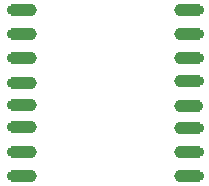
<source format=gbr>
%TF.GenerationSoftware,KiCad,Pcbnew,(6.0.1-0)*%
%TF.CreationDate,2022-02-07T15:37:49-08:00*%
%TF.ProjectId,Untitled,556e7469-746c-4656-942e-6b696361645f,rev?*%
%TF.SameCoordinates,Original*%
%TF.FileFunction,Soldermask,Bot*%
%TF.FilePolarity,Negative*%
%FSLAX46Y46*%
G04 Gerber Fmt 4.6, Leading zero omitted, Abs format (unit mm)*
G04 Created by KiCad (PCBNEW (6.0.1-0)) date 2022-02-07 15:37:49*
%MOMM*%
%LPD*%
G01*
G04 APERTURE LIST*
G04 Aperture macros list*
%AMFreePoly0*
4,1,18,0.825000,-0.500000,-0.825000,-0.500000,-0.825000,-0.495033,-0.904941,-0.493568,-1.040256,-0.451293,-1.158266,-0.372738,-1.249486,-0.264219,-1.306581,-0.134460,-1.324963,0.006109,-1.303152,0.146186,-1.242904,0.274511,-1.149060,0.380769,-1.029165,0.456417,-0.892858,0.495374,-0.825000,0.494959,-0.825000,0.500000,0.825000,0.500000,0.825000,-0.500000,0.825000,-0.500000,$1*%
G04 Aperture macros list end*
%ADD10FreePoly0,0.000000*%
%ADD11C,0.750000*%
%ADD12FreePoly0,180.000000*%
G04 APERTURE END LIST*
D10*
%TO.C,J11*%
X159162000Y-107000000D03*
D11*
X160000000Y-107000000D03*
X158400000Y-107000000D03*
%TD*%
D10*
%TO.C,J14*%
X159162000Y-101000000D03*
D11*
X160000000Y-101000000D03*
X158400000Y-101000000D03*
%TD*%
%TO.C,J10*%
X158400000Y-109000000D03*
X160000000Y-109000000D03*
D10*
X159162000Y-109000000D03*
%TD*%
D11*
%TO.C,J9*%
X158400000Y-111000000D03*
X160000000Y-111000000D03*
D10*
X159162000Y-111000000D03*
%TD*%
%TO.C,J15*%
X159162000Y-99000000D03*
D11*
X160000000Y-99000000D03*
X158400000Y-99000000D03*
%TD*%
%TO.C,J13*%
X160000000Y-103000000D03*
X158400000Y-103000000D03*
D10*
X159162000Y-103000000D03*
%TD*%
D11*
%TO.C,J12*%
X158380000Y-105100000D03*
D10*
X159142000Y-105100000D03*
D11*
X159980000Y-105100000D03*
%TD*%
%TO.C,J16*%
X160000000Y-97000000D03*
D10*
X159162000Y-97000000D03*
D11*
X158400000Y-97000000D03*
%TD*%
D12*
%TO.C,J5*%
X144838000Y-105000000D03*
D11*
X145600000Y-105000000D03*
X144000000Y-105000000D03*
D12*
X144838000Y-105000000D03*
%TD*%
%TO.C,J3*%
X144838000Y-101000000D03*
D11*
X144000000Y-101000000D03*
X145600000Y-101000000D03*
D12*
X144838000Y-101000000D03*
%TD*%
D11*
%TO.C,J4*%
X145600000Y-103140000D03*
X144000000Y-103140000D03*
D12*
X144838000Y-103140000D03*
X144838000Y-103140000D03*
%TD*%
D11*
%TO.C,J6*%
X145600000Y-106900000D03*
D12*
X144838000Y-106900000D03*
D11*
X144000000Y-106900000D03*
D12*
X144838000Y-106900000D03*
%TD*%
%TO.C,J2*%
X144838000Y-99000000D03*
D11*
X145600000Y-99000000D03*
X144000000Y-99000000D03*
D12*
X144838000Y-99000000D03*
%TD*%
D11*
%TO.C,J8*%
X145600000Y-111000000D03*
X144000000Y-111000000D03*
D12*
X144838000Y-111000000D03*
X144838000Y-111000000D03*
%TD*%
D11*
%TO.C,J1*%
X144000000Y-97000000D03*
D12*
X144838000Y-97000000D03*
X144838000Y-97000000D03*
D11*
X145600000Y-97000000D03*
%TD*%
%TO.C,J7*%
X144000000Y-109000000D03*
X145600000Y-109000000D03*
D12*
X144838000Y-109000000D03*
X144838000Y-109000000D03*
%TD*%
M02*

</source>
